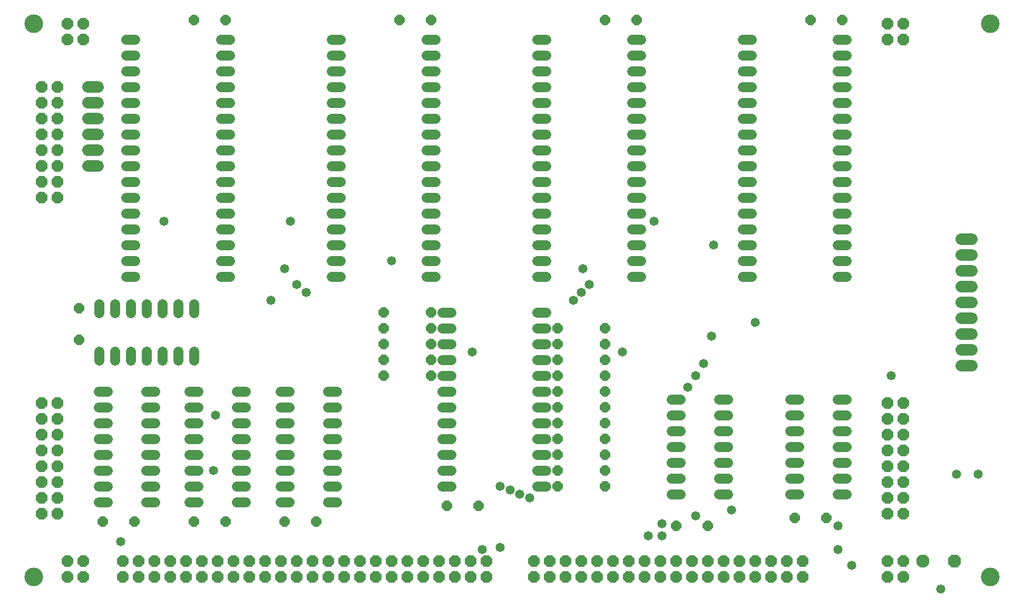
<source format=gbs>
G75*
%MOIN*%
%OFA0B0*%
%FSLAX24Y24*%
%IPPOS*%
%LPD*%
%AMOC8*
5,1,8,0,0,1.08239X$1,22.5*
%
%ADD10C,0.1180*%
%ADD11C,0.0640*%
%ADD12OC8,0.0720*%
%ADD13OC8,0.0640*%
%ADD14C,0.0830*%
%ADD15OC8,0.0830*%
%ADD16C,0.0720*%
%ADD17C,0.0580*%
D10*
X005265Y006140D03*
X005265Y041140D03*
X065765Y041140D03*
X065765Y006140D03*
D11*
X056670Y011390D02*
X056110Y011390D01*
X056110Y012390D02*
X056670Y012390D01*
X056670Y013390D02*
X056110Y013390D01*
X056110Y014390D02*
X056670Y014390D01*
X056670Y015390D02*
X056110Y015390D01*
X056110Y016390D02*
X056670Y016390D01*
X056670Y017390D02*
X056110Y017390D01*
X053670Y017390D02*
X053110Y017390D01*
X053110Y016390D02*
X053670Y016390D01*
X053670Y015390D02*
X053110Y015390D01*
X053110Y014390D02*
X053670Y014390D01*
X053670Y013390D02*
X053110Y013390D01*
X053110Y012390D02*
X053670Y012390D01*
X053670Y011390D02*
X053110Y011390D01*
X049170Y011390D02*
X048610Y011390D01*
X048610Y012390D02*
X049170Y012390D01*
X049170Y013390D02*
X048610Y013390D01*
X048610Y014390D02*
X049170Y014390D01*
X049170Y015390D02*
X048610Y015390D01*
X048610Y016390D02*
X049170Y016390D01*
X049170Y017390D02*
X048610Y017390D01*
X046170Y017390D02*
X045610Y017390D01*
X045610Y016390D02*
X046170Y016390D01*
X046170Y015390D02*
X045610Y015390D01*
X045610Y014390D02*
X046170Y014390D01*
X046170Y013390D02*
X045610Y013390D01*
X045610Y012390D02*
X046170Y012390D01*
X046170Y011390D02*
X045610Y011390D01*
X037670Y011890D02*
X037110Y011890D01*
X037110Y012890D02*
X037670Y012890D01*
X037670Y013890D02*
X037110Y013890D01*
X037110Y014890D02*
X037670Y014890D01*
X037670Y015890D02*
X037110Y015890D01*
X037110Y016890D02*
X037670Y016890D01*
X037670Y017890D02*
X037110Y017890D01*
X037110Y018890D02*
X037670Y018890D01*
X037670Y019890D02*
X037110Y019890D01*
X037110Y020890D02*
X037670Y020890D01*
X037670Y021890D02*
X037110Y021890D01*
X037110Y022890D02*
X037670Y022890D01*
X037670Y025140D02*
X037110Y025140D01*
X037110Y026140D02*
X037670Y026140D01*
X037670Y027140D02*
X037110Y027140D01*
X037110Y028140D02*
X037670Y028140D01*
X037670Y029140D02*
X037110Y029140D01*
X037110Y030140D02*
X037670Y030140D01*
X037670Y031140D02*
X037110Y031140D01*
X037110Y032140D02*
X037670Y032140D01*
X037670Y033140D02*
X037110Y033140D01*
X037110Y034140D02*
X037670Y034140D01*
X037670Y035140D02*
X037110Y035140D01*
X037110Y036140D02*
X037670Y036140D01*
X037670Y037140D02*
X037110Y037140D01*
X037110Y038140D02*
X037670Y038140D01*
X037670Y039140D02*
X037110Y039140D01*
X037110Y040140D02*
X037670Y040140D01*
X043110Y040140D02*
X043670Y040140D01*
X043670Y039140D02*
X043110Y039140D01*
X043110Y038140D02*
X043670Y038140D01*
X043670Y037140D02*
X043110Y037140D01*
X043110Y036140D02*
X043670Y036140D01*
X043670Y035140D02*
X043110Y035140D01*
X043110Y034140D02*
X043670Y034140D01*
X043670Y033140D02*
X043110Y033140D01*
X043110Y032140D02*
X043670Y032140D01*
X043670Y031140D02*
X043110Y031140D01*
X043110Y030140D02*
X043670Y030140D01*
X043670Y029140D02*
X043110Y029140D01*
X043110Y028140D02*
X043670Y028140D01*
X043670Y027140D02*
X043110Y027140D01*
X043110Y026140D02*
X043670Y026140D01*
X043670Y025140D02*
X043110Y025140D01*
X050110Y025140D02*
X050670Y025140D01*
X050670Y026140D02*
X050110Y026140D01*
X050110Y027140D02*
X050670Y027140D01*
X050670Y028140D02*
X050110Y028140D01*
X050110Y029140D02*
X050670Y029140D01*
X050670Y030140D02*
X050110Y030140D01*
X050110Y031140D02*
X050670Y031140D01*
X050670Y032140D02*
X050110Y032140D01*
X050110Y033140D02*
X050670Y033140D01*
X050670Y034140D02*
X050110Y034140D01*
X050110Y035140D02*
X050670Y035140D01*
X050670Y036140D02*
X050110Y036140D01*
X050110Y037140D02*
X050670Y037140D01*
X050670Y038140D02*
X050110Y038140D01*
X050110Y039140D02*
X050670Y039140D01*
X050670Y040140D02*
X050110Y040140D01*
X056110Y040140D02*
X056670Y040140D01*
X056670Y039140D02*
X056110Y039140D01*
X056110Y038140D02*
X056670Y038140D01*
X056670Y037140D02*
X056110Y037140D01*
X056110Y036140D02*
X056670Y036140D01*
X056670Y035140D02*
X056110Y035140D01*
X056110Y034140D02*
X056670Y034140D01*
X056670Y033140D02*
X056110Y033140D01*
X056110Y032140D02*
X056670Y032140D01*
X056670Y031140D02*
X056110Y031140D01*
X056110Y030140D02*
X056670Y030140D01*
X056670Y029140D02*
X056110Y029140D01*
X056110Y028140D02*
X056670Y028140D01*
X056670Y027140D02*
X056110Y027140D01*
X056110Y026140D02*
X056670Y026140D01*
X056670Y025140D02*
X056110Y025140D01*
X031670Y022890D02*
X031110Y022890D01*
X031110Y021890D02*
X031670Y021890D01*
X031670Y020890D02*
X031110Y020890D01*
X031110Y019890D02*
X031670Y019890D01*
X031670Y018890D02*
X031110Y018890D01*
X031110Y017890D02*
X031670Y017890D01*
X031670Y016890D02*
X031110Y016890D01*
X031110Y015890D02*
X031670Y015890D01*
X031670Y014890D02*
X031110Y014890D01*
X031110Y013890D02*
X031670Y013890D01*
X031670Y012890D02*
X031110Y012890D01*
X031110Y011890D02*
X031670Y011890D01*
X024420Y011890D02*
X023860Y011890D01*
X023860Y010890D02*
X024420Y010890D01*
X024420Y012890D02*
X023860Y012890D01*
X023860Y013890D02*
X024420Y013890D01*
X024420Y014890D02*
X023860Y014890D01*
X023860Y015890D02*
X024420Y015890D01*
X024420Y016890D02*
X023860Y016890D01*
X023860Y017890D02*
X024420Y017890D01*
X021420Y017890D02*
X020860Y017890D01*
X020860Y016890D02*
X021420Y016890D01*
X021420Y015890D02*
X020860Y015890D01*
X020860Y014890D02*
X021420Y014890D01*
X021420Y013890D02*
X020860Y013890D01*
X020860Y012890D02*
X021420Y012890D01*
X021420Y011890D02*
X020860Y011890D01*
X020860Y010890D02*
X021420Y010890D01*
X018670Y010890D02*
X018110Y010890D01*
X018110Y011890D02*
X018670Y011890D01*
X018670Y012890D02*
X018110Y012890D01*
X018110Y013890D02*
X018670Y013890D01*
X018670Y014890D02*
X018110Y014890D01*
X018110Y015890D02*
X018670Y015890D01*
X018670Y016890D02*
X018110Y016890D01*
X018110Y017890D02*
X018670Y017890D01*
X015670Y017890D02*
X015110Y017890D01*
X015110Y016890D02*
X015670Y016890D01*
X015670Y015890D02*
X015110Y015890D01*
X015110Y014890D02*
X015670Y014890D01*
X015670Y013890D02*
X015110Y013890D01*
X015110Y012890D02*
X015670Y012890D01*
X015670Y011890D02*
X015110Y011890D01*
X015110Y010890D02*
X015670Y010890D01*
X012920Y010890D02*
X012360Y010890D01*
X012360Y011890D02*
X012920Y011890D01*
X012920Y012890D02*
X012360Y012890D01*
X012360Y013890D02*
X012920Y013890D01*
X012920Y014890D02*
X012360Y014890D01*
X012360Y015890D02*
X012920Y015890D01*
X012920Y016890D02*
X012360Y016890D01*
X012360Y017890D02*
X012920Y017890D01*
X013390Y019860D02*
X013390Y020420D01*
X012390Y020420D02*
X012390Y019860D01*
X011390Y019860D02*
X011390Y020420D01*
X010390Y020420D02*
X010390Y019860D01*
X009390Y019860D02*
X009390Y020420D01*
X009390Y022860D02*
X009390Y023420D01*
X010390Y023420D02*
X010390Y022860D01*
X011390Y022860D02*
X011390Y023420D01*
X012390Y023420D02*
X012390Y022860D01*
X013390Y022860D02*
X013390Y023420D01*
X014390Y023420D02*
X014390Y022860D01*
X015390Y022860D02*
X015390Y023420D01*
X017110Y025140D02*
X017670Y025140D01*
X017670Y026140D02*
X017110Y026140D01*
X017110Y027140D02*
X017670Y027140D01*
X017670Y028140D02*
X017110Y028140D01*
X017110Y029140D02*
X017670Y029140D01*
X017670Y030140D02*
X017110Y030140D01*
X017110Y031140D02*
X017670Y031140D01*
X017670Y032140D02*
X017110Y032140D01*
X017110Y033140D02*
X017670Y033140D01*
X017670Y034140D02*
X017110Y034140D01*
X017110Y035140D02*
X017670Y035140D01*
X017670Y036140D02*
X017110Y036140D01*
X017110Y037140D02*
X017670Y037140D01*
X017670Y038140D02*
X017110Y038140D01*
X017110Y039140D02*
X017670Y039140D01*
X017670Y040140D02*
X017110Y040140D01*
X011670Y040140D02*
X011110Y040140D01*
X011110Y039140D02*
X011670Y039140D01*
X011670Y038140D02*
X011110Y038140D01*
X011110Y037140D02*
X011670Y037140D01*
X011670Y036140D02*
X011110Y036140D01*
X011110Y035140D02*
X011670Y035140D01*
X011670Y034140D02*
X011110Y034140D01*
X011110Y033140D02*
X011670Y033140D01*
X011670Y032140D02*
X011110Y032140D01*
X011110Y031140D02*
X011670Y031140D01*
X011670Y030140D02*
X011110Y030140D01*
X011110Y029140D02*
X011670Y029140D01*
X011670Y028140D02*
X011110Y028140D01*
X011110Y027140D02*
X011670Y027140D01*
X011670Y026140D02*
X011110Y026140D01*
X011110Y025140D02*
X011670Y025140D01*
X014390Y020420D02*
X014390Y019860D01*
X015390Y019860D02*
X015390Y020420D01*
X009920Y017890D02*
X009360Y017890D01*
X009360Y016890D02*
X009920Y016890D01*
X009920Y015890D02*
X009360Y015890D01*
X009360Y014890D02*
X009920Y014890D01*
X009920Y013890D02*
X009360Y013890D01*
X009360Y012890D02*
X009920Y012890D01*
X009920Y011890D02*
X009360Y011890D01*
X009360Y010890D02*
X009920Y010890D01*
X024110Y025140D02*
X024670Y025140D01*
X024670Y026140D02*
X024110Y026140D01*
X024110Y027140D02*
X024670Y027140D01*
X024670Y028140D02*
X024110Y028140D01*
X024110Y029140D02*
X024670Y029140D01*
X024670Y030140D02*
X024110Y030140D01*
X024110Y031140D02*
X024670Y031140D01*
X024670Y032140D02*
X024110Y032140D01*
X024110Y033140D02*
X024670Y033140D01*
X024670Y034140D02*
X024110Y034140D01*
X024110Y035140D02*
X024670Y035140D01*
X024670Y036140D02*
X024110Y036140D01*
X024110Y037140D02*
X024670Y037140D01*
X024670Y038140D02*
X024110Y038140D01*
X024110Y039140D02*
X024670Y039140D01*
X024670Y040140D02*
X024110Y040140D01*
X030110Y040140D02*
X030670Y040140D01*
X030670Y039140D02*
X030110Y039140D01*
X030110Y038140D02*
X030670Y038140D01*
X030670Y037140D02*
X030110Y037140D01*
X030110Y036140D02*
X030670Y036140D01*
X030670Y035140D02*
X030110Y035140D01*
X030110Y034140D02*
X030670Y034140D01*
X030670Y033140D02*
X030110Y033140D01*
X030110Y032140D02*
X030670Y032140D01*
X030670Y031140D02*
X030110Y031140D01*
X030110Y030140D02*
X030670Y030140D01*
X030670Y029140D02*
X030110Y029140D01*
X030110Y028140D02*
X030670Y028140D01*
X030670Y027140D02*
X030110Y027140D01*
X030110Y026140D02*
X030670Y026140D01*
X030670Y025140D02*
X030110Y025140D01*
D12*
X008390Y040140D03*
X007390Y040140D03*
X007390Y041140D03*
X008390Y041140D03*
X006765Y037140D03*
X005765Y037140D03*
X005765Y036140D03*
X006765Y036140D03*
X006765Y035140D03*
X005765Y035140D03*
X005765Y034140D03*
X006765Y034140D03*
X006765Y033140D03*
X005765Y033140D03*
X005765Y032140D03*
X006765Y032140D03*
X006765Y031140D03*
X005765Y031140D03*
X005765Y030140D03*
X006765Y030140D03*
X006765Y017140D03*
X005765Y017140D03*
X005765Y016140D03*
X006765Y016140D03*
X006765Y015140D03*
X005765Y015140D03*
X005765Y014140D03*
X006765Y014140D03*
X006765Y013140D03*
X005765Y013140D03*
X005765Y012140D03*
X006765Y012140D03*
X006765Y011140D03*
X005765Y011140D03*
X005765Y010140D03*
X006765Y010140D03*
X007390Y007140D03*
X008390Y007140D03*
X008390Y006140D03*
X007390Y006140D03*
X010890Y006140D03*
X011890Y006140D03*
X011890Y007140D03*
X010890Y007140D03*
X012890Y007140D03*
X013890Y007140D03*
X014890Y007140D03*
X014890Y006140D03*
X013890Y006140D03*
X012890Y006140D03*
X015890Y006140D03*
X016890Y006140D03*
X016890Y007140D03*
X015890Y007140D03*
X017890Y007140D03*
X018890Y007140D03*
X018890Y006140D03*
X017890Y006140D03*
X019890Y006140D03*
X020890Y006140D03*
X021890Y006140D03*
X021890Y007140D03*
X020890Y007140D03*
X019890Y007140D03*
X022890Y007140D03*
X023890Y007140D03*
X023890Y006140D03*
X022890Y006140D03*
X024890Y006140D03*
X025890Y006140D03*
X026890Y006140D03*
X026890Y007140D03*
X025890Y007140D03*
X024890Y007140D03*
X027890Y007140D03*
X028890Y007140D03*
X028890Y006140D03*
X027890Y006140D03*
X029890Y006140D03*
X030890Y006140D03*
X031890Y006140D03*
X031890Y007140D03*
X030890Y007140D03*
X029890Y007140D03*
X032890Y007140D03*
X033890Y007140D03*
X033890Y006140D03*
X032890Y006140D03*
X036890Y006140D03*
X037890Y006140D03*
X038890Y006140D03*
X038890Y007140D03*
X037890Y007140D03*
X036890Y007140D03*
X039890Y007140D03*
X040890Y007140D03*
X040890Y006140D03*
X039890Y006140D03*
X041890Y006140D03*
X042890Y006140D03*
X043890Y006140D03*
X043890Y007140D03*
X042890Y007140D03*
X041890Y007140D03*
X044890Y007140D03*
X045890Y007140D03*
X045890Y006140D03*
X044890Y006140D03*
X046890Y006140D03*
X047890Y006140D03*
X048890Y006140D03*
X048890Y007140D03*
X047890Y007140D03*
X046890Y007140D03*
X049890Y007140D03*
X050890Y007140D03*
X050890Y006140D03*
X049890Y006140D03*
X051890Y006140D03*
X052890Y006140D03*
X052890Y007140D03*
X051890Y007140D03*
X053890Y007140D03*
X053890Y006140D03*
X059265Y006140D03*
X060265Y006140D03*
X060265Y007140D03*
X059265Y007140D03*
X059265Y010140D03*
X060265Y010140D03*
X060265Y011140D03*
X059265Y011140D03*
X059265Y012140D03*
X060265Y012140D03*
X060265Y013140D03*
X059265Y013140D03*
X059265Y014140D03*
X060265Y014140D03*
X060265Y015140D03*
X059265Y015140D03*
X059265Y016140D03*
X060265Y016140D03*
X060265Y017140D03*
X059265Y017140D03*
X059265Y040140D03*
X060265Y040140D03*
X060265Y041140D03*
X059265Y041140D03*
D13*
X056390Y041390D03*
X054390Y041390D03*
X043390Y041390D03*
X041390Y041390D03*
X030390Y041390D03*
X028390Y041390D03*
X017390Y041390D03*
X015390Y041390D03*
X008140Y023140D03*
X008140Y021140D03*
X009640Y009640D03*
X011640Y009640D03*
X015390Y009640D03*
X017390Y009640D03*
X021140Y009640D03*
X023140Y009640D03*
X031390Y010640D03*
X033390Y010640D03*
X038390Y011890D03*
X038390Y012890D03*
X038390Y013890D03*
X038390Y014890D03*
X038390Y015890D03*
X038390Y016890D03*
X038390Y017890D03*
X038390Y018890D03*
X038390Y019890D03*
X038390Y020890D03*
X038390Y021890D03*
X041390Y021890D03*
X041390Y020890D03*
X041390Y019890D03*
X041390Y018890D03*
X041390Y017890D03*
X041390Y016890D03*
X041390Y015890D03*
X041390Y014890D03*
X041390Y013890D03*
X041390Y012890D03*
X041390Y011890D03*
X045890Y009390D03*
X047890Y009390D03*
X053390Y009890D03*
X055390Y009890D03*
X030390Y018890D03*
X030390Y019890D03*
X030390Y020890D03*
X030390Y021890D03*
X030390Y022890D03*
X027390Y022890D03*
X027390Y021890D03*
X027390Y020890D03*
X027390Y019890D03*
X027390Y018890D03*
D14*
X061515Y007140D03*
D15*
X063515Y007140D03*
D16*
X063945Y019515D02*
X064585Y019515D01*
X064585Y020515D02*
X063945Y020515D01*
X063945Y021515D02*
X064585Y021515D01*
X064585Y022515D02*
X063945Y022515D01*
X063945Y023515D02*
X064585Y023515D01*
X064585Y024515D02*
X063945Y024515D01*
X063945Y025515D02*
X064585Y025515D01*
X064585Y026515D02*
X063945Y026515D01*
X063945Y027515D02*
X064585Y027515D01*
X009335Y032140D02*
X008695Y032140D01*
X008695Y033140D02*
X009335Y033140D01*
X009335Y034140D02*
X008695Y034140D01*
X008695Y035140D02*
X009335Y035140D01*
X009335Y036140D02*
X008695Y036140D01*
X008695Y037140D02*
X009335Y037140D01*
D17*
X013515Y028640D03*
X021140Y025640D03*
X021890Y024640D03*
X022515Y024140D03*
X020265Y023640D03*
X021515Y028640D03*
X027890Y026140D03*
X033015Y020390D03*
X039390Y023640D03*
X039890Y024140D03*
X040390Y024640D03*
X040015Y025640D03*
X044515Y028640D03*
X048265Y027140D03*
X050890Y022265D03*
X048140Y021390D03*
X047640Y019640D03*
X047140Y018890D03*
X046640Y018140D03*
X042515Y020390D03*
X034765Y011890D03*
X035390Y011640D03*
X036015Y011390D03*
X036640Y011140D03*
X034765Y008015D03*
X033640Y007890D03*
X044140Y008765D03*
X045015Y008765D03*
X045015Y009515D03*
X047140Y010015D03*
X049390Y010390D03*
X056140Y009390D03*
X056140Y007890D03*
X057015Y006890D03*
X062640Y005390D03*
X063640Y012640D03*
X065015Y012640D03*
X059515Y018890D03*
X016765Y016390D03*
X016640Y012890D03*
X010765Y008390D03*
M02*

</source>
